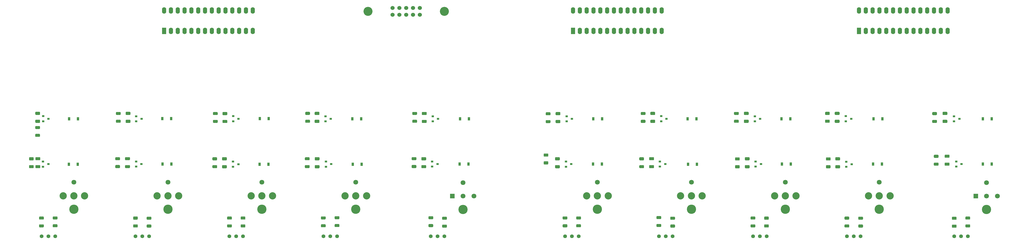
<source format=gbr>
%TF.GenerationSoftware,KiCad,Pcbnew,(5.1.9)-1*%
%TF.CreationDate,2021-03-13T11:26:25+01:00*%
%TF.ProjectId,Main_Relay_Board,4d61696e-5f52-4656-9c61-795f426f6172,rev?*%
%TF.SameCoordinates,Original*%
%TF.FileFunction,Soldermask,Bot*%
%TF.FilePolarity,Negative*%
%FSLAX46Y46*%
G04 Gerber Fmt 4.6, Leading zero omitted, Abs format (unit mm)*
G04 Created by KiCad (PCBNEW (5.1.9)-1) date 2021-03-13 11:26:25*
%MOMM*%
%LPD*%
G01*
G04 APERTURE LIST*
%ADD10O,1.600000X2.400000*%
%ADD11R,1.600000X2.400000*%
%ADD12C,1.524000*%
%ADD13C,3.352800*%
%ADD14R,0.900000X1.200000*%
%ADD15C,1.400000*%
%ADD16R,0.900000X0.800000*%
%ADD17C,2.700000*%
%ADD18C,3.450000*%
%ADD19C,1.800000*%
%ADD20R,1.800000X1.800000*%
G04 APERTURE END LIST*
D10*
%TO.C,U3*%
X322270000Y-100590000D03*
X355290000Y-108210000D03*
X324810000Y-100590000D03*
X352750000Y-108210000D03*
X327350000Y-100590000D03*
X350210000Y-108210000D03*
X329890000Y-100590000D03*
X347670000Y-108210000D03*
X332430000Y-100590000D03*
X345130000Y-108210000D03*
X334970000Y-100590000D03*
X342590000Y-108210000D03*
X337510000Y-100590000D03*
X340050000Y-108210000D03*
X340050000Y-100590000D03*
X337510000Y-108210000D03*
X342590000Y-100590000D03*
X334970000Y-108210000D03*
X345130000Y-100590000D03*
X332430000Y-108210000D03*
X347670000Y-100590000D03*
X329890000Y-108210000D03*
X350210000Y-100590000D03*
X327350000Y-108210000D03*
X352750000Y-100590000D03*
X324810000Y-108210000D03*
X355290000Y-100590000D03*
D11*
X322270000Y-108210000D03*
%TD*%
D10*
%TO.C,U2*%
X63480000Y-100590000D03*
X96500000Y-108210000D03*
X66020000Y-100590000D03*
X93960000Y-108210000D03*
X68560000Y-100590000D03*
X91420000Y-108210000D03*
X71100000Y-100590000D03*
X88880000Y-108210000D03*
X73640000Y-100590000D03*
X86340000Y-108210000D03*
X76180000Y-100590000D03*
X83800000Y-108210000D03*
X78720000Y-100590000D03*
X81260000Y-108210000D03*
X81260000Y-100590000D03*
X78720000Y-108210000D03*
X83800000Y-100590000D03*
X76180000Y-108210000D03*
X86340000Y-100590000D03*
X73640000Y-108210000D03*
X88880000Y-100590000D03*
X71100000Y-108210000D03*
X91420000Y-100590000D03*
X68560000Y-108210000D03*
X93960000Y-100590000D03*
X66020000Y-108210000D03*
X96500000Y-100590000D03*
D11*
X63480000Y-108210000D03*
%TD*%
D10*
%TO.C,U1*%
X215760000Y-100590000D03*
X248780000Y-108210000D03*
X218300000Y-100590000D03*
X246240000Y-108210000D03*
X220840000Y-100590000D03*
X243700000Y-108210000D03*
X223380000Y-100590000D03*
X241160000Y-108210000D03*
X225920000Y-100590000D03*
X238620000Y-108210000D03*
X228460000Y-100590000D03*
X236080000Y-108210000D03*
X231000000Y-100590000D03*
X233540000Y-108210000D03*
X233540000Y-100590000D03*
X231000000Y-108210000D03*
X236080000Y-100590000D03*
X228460000Y-108210000D03*
X238620000Y-100590000D03*
X225920000Y-108210000D03*
X241160000Y-100590000D03*
X223380000Y-108210000D03*
X243700000Y-100590000D03*
X220840000Y-108210000D03*
X246240000Y-100590000D03*
X218300000Y-108210000D03*
X248780000Y-100590000D03*
D11*
X215760000Y-108210000D03*
%TD*%
D12*
%TO.C,J2*%
X148560000Y-99650000D03*
X148560000Y-102190000D03*
X151100000Y-99650000D03*
X151100000Y-102190000D03*
X153640000Y-99650000D03*
X153640000Y-102190000D03*
X156180000Y-99650000D03*
X156180000Y-102190000D03*
X158720000Y-99650000D03*
X158720000Y-102190000D03*
D13*
X139428700Y-100920000D03*
X167851300Y-100920000D03*
%TD*%
%TO.C,R37*%
G36*
G01*
X117565002Y-139527500D02*
X116314998Y-139527500D01*
G75*
G02*
X116065000Y-139277502I0J249998D01*
G01*
X116065000Y-138652498D01*
G75*
G02*
X116314998Y-138402500I249998J0D01*
G01*
X117565002Y-138402500D01*
G75*
G02*
X117815000Y-138652498I0J-249998D01*
G01*
X117815000Y-139277502D01*
G75*
G02*
X117565002Y-139527500I-249998J0D01*
G01*
G37*
G36*
G01*
X117565002Y-142452500D02*
X116314998Y-142452500D01*
G75*
G02*
X116065000Y-142202502I0J249998D01*
G01*
X116065000Y-141577498D01*
G75*
G02*
X116314998Y-141327500I249998J0D01*
G01*
X117565002Y-141327500D01*
G75*
G02*
X117815000Y-141577498I0J-249998D01*
G01*
X117815000Y-142202502D01*
G75*
G02*
X117565002Y-142452500I-249998J0D01*
G01*
G37*
%TD*%
D14*
%TO.C,D1*%
X28030000Y-157900000D03*
X31330000Y-157900000D03*
%TD*%
D15*
%TO.C,LED10*%
X357815240Y-184775080D03*
X360355240Y-184775080D03*
X362895240Y-184775080D03*
%TD*%
%TO.C,LED9*%
X162815240Y-184775080D03*
X165355240Y-184775080D03*
X167895240Y-184775080D03*
%TD*%
%TO.C,LED8*%
X317815240Y-184775080D03*
X320355240Y-184775080D03*
X322895240Y-184775080D03*
%TD*%
%TO.C,LED7*%
X282815240Y-184775080D03*
X285355240Y-184775080D03*
X287895240Y-184775080D03*
%TD*%
%TO.C,LED6*%
X247815240Y-184775080D03*
X250355240Y-184775080D03*
X252895240Y-184775080D03*
%TD*%
%TO.C,LED5*%
X212815240Y-184775080D03*
X215355240Y-184775080D03*
X217895240Y-184775080D03*
%TD*%
%TO.C,LED4*%
X122815240Y-184775080D03*
X125355240Y-184775080D03*
X127895240Y-184775080D03*
%TD*%
%TO.C,LED3*%
X87815240Y-184775080D03*
X90355240Y-184775080D03*
X92895240Y-184775080D03*
%TD*%
%TO.C,LED2*%
X52815240Y-184775080D03*
X55355240Y-184775080D03*
X57895240Y-184775080D03*
%TD*%
%TO.C,LED1*%
X17815240Y-184764920D03*
X20355240Y-184764920D03*
X22895240Y-184764920D03*
%TD*%
%TO.C,R43*%
G36*
G01*
X351695001Y-155517500D02*
X350444999Y-155517500D01*
G75*
G02*
X350195000Y-155267501I0J249999D01*
G01*
X350195000Y-154642499D01*
G75*
G02*
X350444999Y-154392500I249999J0D01*
G01*
X351695001Y-154392500D01*
G75*
G02*
X351945000Y-154642499I0J-249999D01*
G01*
X351945000Y-155267501D01*
G75*
G02*
X351695001Y-155517500I-249999J0D01*
G01*
G37*
G36*
G01*
X351695001Y-158442500D02*
X350444999Y-158442500D01*
G75*
G02*
X350195000Y-158192501I0J249999D01*
G01*
X350195000Y-157567499D01*
G75*
G02*
X350444999Y-157317500I249999J0D01*
G01*
X351695001Y-157317500D01*
G75*
G02*
X351945000Y-157567499I0J-249999D01*
G01*
X351945000Y-158192501D01*
G75*
G02*
X351695001Y-158442500I-249999J0D01*
G01*
G37*
%TD*%
%TO.C,R42*%
G36*
G01*
X157195001Y-156397500D02*
X155944999Y-156397500D01*
G75*
G02*
X155695000Y-156147501I0J249999D01*
G01*
X155695000Y-155522499D01*
G75*
G02*
X155944999Y-155272500I249999J0D01*
G01*
X157195001Y-155272500D01*
G75*
G02*
X157445000Y-155522499I0J-249999D01*
G01*
X157445000Y-156147501D01*
G75*
G02*
X157195001Y-156397500I-249999J0D01*
G01*
G37*
G36*
G01*
X157195001Y-159322500D02*
X155944999Y-159322500D01*
G75*
G02*
X155695000Y-159072501I0J249999D01*
G01*
X155695000Y-158447499D01*
G75*
G02*
X155944999Y-158197500I249999J0D01*
G01*
X157195001Y-158197500D01*
G75*
G02*
X157445000Y-158447499I0J-249999D01*
G01*
X157445000Y-159072501D01*
G75*
G02*
X157195001Y-159322500I-249999J0D01*
G01*
G37*
%TD*%
D16*
%TO.C,Q20*%
X360520000Y-157840000D03*
X358520000Y-156890000D03*
X358520000Y-158790000D03*
%TD*%
%TO.C,Q19*%
X165340000Y-157860000D03*
X163340000Y-156910000D03*
X163340000Y-158810000D03*
%TD*%
D14*
%TO.C,D20*%
X368450000Y-157880000D03*
X371750000Y-157880000D03*
%TD*%
%TO.C,D19*%
X173590000Y-157880000D03*
X176890000Y-157880000D03*
%TD*%
%TO.C,C20*%
G36*
G01*
X355780001Y-155505000D02*
X354479999Y-155505000D01*
G75*
G02*
X354230000Y-155255001I0J249999D01*
G01*
X354230000Y-154604999D01*
G75*
G02*
X354479999Y-154355000I249999J0D01*
G01*
X355780001Y-154355000D01*
G75*
G02*
X356030000Y-154604999I0J-249999D01*
G01*
X356030000Y-155255001D01*
G75*
G02*
X355780001Y-155505000I-249999J0D01*
G01*
G37*
G36*
G01*
X355780001Y-158455000D02*
X354479999Y-158455000D01*
G75*
G02*
X354230000Y-158205001I0J249999D01*
G01*
X354230000Y-157554999D01*
G75*
G02*
X354479999Y-157305000I249999J0D01*
G01*
X355780001Y-157305000D01*
G75*
G02*
X356030000Y-157554999I0J-249999D01*
G01*
X356030000Y-158205001D01*
G75*
G02*
X355780001Y-158455000I-249999J0D01*
G01*
G37*
%TD*%
%TO.C,C19*%
G36*
G01*
X160850001Y-156445000D02*
X159549999Y-156445000D01*
G75*
G02*
X159300000Y-156195001I0J249999D01*
G01*
X159300000Y-155544999D01*
G75*
G02*
X159549999Y-155295000I249999J0D01*
G01*
X160850001Y-155295000D01*
G75*
G02*
X161100000Y-155544999I0J-249999D01*
G01*
X161100000Y-156195001D01*
G75*
G02*
X160850001Y-156445000I-249999J0D01*
G01*
G37*
G36*
G01*
X160850001Y-159395000D02*
X159549999Y-159395000D01*
G75*
G02*
X159300000Y-159145001I0J249999D01*
G01*
X159300000Y-158494999D01*
G75*
G02*
X159549999Y-158245000I249999J0D01*
G01*
X160850001Y-158245000D01*
G75*
G02*
X161100000Y-158494999I0J-249999D01*
G01*
X161100000Y-159145001D01*
G75*
G02*
X160850001Y-159395000I-249999J0D01*
G01*
G37*
%TD*%
%TO.C,C7*%
G36*
G01*
X50500001Y-156420000D02*
X49199999Y-156420000D01*
G75*
G02*
X48950000Y-156170001I0J249999D01*
G01*
X48950000Y-155519999D01*
G75*
G02*
X49199999Y-155270000I249999J0D01*
G01*
X50500001Y-155270000D01*
G75*
G02*
X50750000Y-155519999I0J-249999D01*
G01*
X50750000Y-156170001D01*
G75*
G02*
X50500001Y-156420000I-249999J0D01*
G01*
G37*
G36*
G01*
X50500001Y-159370000D02*
X49199999Y-159370000D01*
G75*
G02*
X48950000Y-159120001I0J249999D01*
G01*
X48950000Y-158469999D01*
G75*
G02*
X49199999Y-158220000I249999J0D01*
G01*
X50500001Y-158220000D01*
G75*
G02*
X50750000Y-158469999I0J-249999D01*
G01*
X50750000Y-159120001D01*
G75*
G02*
X50500001Y-159370000I-249999J0D01*
G01*
G37*
%TD*%
D17*
%TO.C,Input_1*%
X33885720Y-169726480D03*
X29885720Y-169726480D03*
X25885720Y-169726480D03*
D18*
X29885720Y-174726480D03*
D19*
X29885720Y-164646480D03*
%TD*%
D17*
%TO.C,Input_8*%
X333885720Y-169726480D03*
X329885720Y-169726480D03*
X325885720Y-169726480D03*
D18*
X329885720Y-174726480D03*
D19*
X329885720Y-164646480D03*
%TD*%
D17*
%TO.C,Input_7*%
X298885720Y-169726480D03*
X294885720Y-169726480D03*
X290885720Y-169726480D03*
D18*
X294885720Y-174726480D03*
D19*
X294885720Y-164646480D03*
%TD*%
D17*
%TO.C,Input_6*%
X263885720Y-169726480D03*
X259885720Y-169726480D03*
X255885720Y-169726480D03*
D18*
X259885720Y-174726480D03*
D19*
X259885720Y-164646480D03*
%TD*%
D17*
%TO.C,Input_5*%
X228885720Y-169726480D03*
X224885720Y-169726480D03*
X220885720Y-169726480D03*
D18*
X224885720Y-174726480D03*
D19*
X224885720Y-164646480D03*
%TD*%
D17*
%TO.C,Input_4*%
X138885720Y-169726480D03*
X134885720Y-169726480D03*
X130885720Y-169726480D03*
D18*
X134885720Y-174726480D03*
D19*
X134885720Y-164646480D03*
%TD*%
D17*
%TO.C,Input_3*%
X103885720Y-169726480D03*
X99885720Y-169726480D03*
X95885720Y-169726480D03*
D18*
X99885720Y-174726480D03*
D19*
X99885720Y-164646480D03*
%TD*%
D17*
%TO.C,Input_2*%
X68885720Y-169726480D03*
X64885720Y-169726480D03*
X60885720Y-169726480D03*
D18*
X64885720Y-174726480D03*
D19*
X64885720Y-164646480D03*
%TD*%
D20*
%TO.C,BUS_B1*%
X365852200Y-169749680D03*
D19*
X373852200Y-169749680D03*
X369852200Y-169749680D03*
X369852200Y-164749680D03*
D18*
X369852200Y-174749680D03*
%TD*%
D20*
%TO.C,BUS_A1*%
X170852200Y-169749680D03*
D19*
X178852200Y-169749680D03*
X174852200Y-169749680D03*
X174852200Y-164749680D03*
D18*
X174852200Y-174749680D03*
%TD*%
%TO.C,R41*%
G36*
G01*
X351095002Y-139597500D02*
X349844998Y-139597500D01*
G75*
G02*
X349595000Y-139347502I0J249998D01*
G01*
X349595000Y-138722498D01*
G75*
G02*
X349844998Y-138472500I249998J0D01*
G01*
X351095002Y-138472500D01*
G75*
G02*
X351345000Y-138722498I0J-249998D01*
G01*
X351345000Y-139347502D01*
G75*
G02*
X351095002Y-139597500I-249998J0D01*
G01*
G37*
G36*
G01*
X351095002Y-142522500D02*
X349844998Y-142522500D01*
G75*
G02*
X349595000Y-142272502I0J249998D01*
G01*
X349595000Y-141647498D01*
G75*
G02*
X349844998Y-141397500I249998J0D01*
G01*
X351095002Y-141397500D01*
G75*
G02*
X351345000Y-141647498I0J-249998D01*
G01*
X351345000Y-142272502D01*
G75*
G02*
X351095002Y-142522500I-249998J0D01*
G01*
G37*
%TD*%
%TO.C,R40*%
G36*
G01*
X311495002Y-156487500D02*
X310244998Y-156487500D01*
G75*
G02*
X309995000Y-156237502I0J249998D01*
G01*
X309995000Y-155612498D01*
G75*
G02*
X310244998Y-155362500I249998J0D01*
G01*
X311495002Y-155362500D01*
G75*
G02*
X311745000Y-155612498I0J-249998D01*
G01*
X311745000Y-156237502D01*
G75*
G02*
X311495002Y-156487500I-249998J0D01*
G01*
G37*
G36*
G01*
X311495002Y-159412500D02*
X310244998Y-159412500D01*
G75*
G02*
X309995000Y-159162502I0J249998D01*
G01*
X309995000Y-158537498D01*
G75*
G02*
X310244998Y-158287500I249998J0D01*
G01*
X311495002Y-158287500D01*
G75*
G02*
X311745000Y-158537498I0J-249998D01*
G01*
X311745000Y-159162502D01*
G75*
G02*
X311495002Y-159412500I-249998J0D01*
G01*
G37*
%TD*%
%TO.C,R39*%
G36*
G01*
X117425002Y-156437500D02*
X116174998Y-156437500D01*
G75*
G02*
X115925000Y-156187502I0J249998D01*
G01*
X115925000Y-155562498D01*
G75*
G02*
X116174998Y-155312500I249998J0D01*
G01*
X117425002Y-155312500D01*
G75*
G02*
X117675000Y-155562498I0J-249998D01*
G01*
X117675000Y-156187502D01*
G75*
G02*
X117425002Y-156437500I-249998J0D01*
G01*
G37*
G36*
G01*
X117425002Y-159362500D02*
X116174998Y-159362500D01*
G75*
G02*
X115925000Y-159112502I0J249998D01*
G01*
X115925000Y-158487498D01*
G75*
G02*
X116174998Y-158237500I249998J0D01*
G01*
X117425002Y-158237500D01*
G75*
G02*
X117675000Y-158487498I0J-249998D01*
G01*
X117675000Y-159112502D01*
G75*
G02*
X117425002Y-159362500I-249998J0D01*
G01*
G37*
%TD*%
%TO.C,R38*%
G36*
G01*
X311175002Y-139527500D02*
X309924998Y-139527500D01*
G75*
G02*
X309675000Y-139277502I0J249998D01*
G01*
X309675000Y-138652498D01*
G75*
G02*
X309924998Y-138402500I249998J0D01*
G01*
X311175002Y-138402500D01*
G75*
G02*
X311425000Y-138652498I0J-249998D01*
G01*
X311425000Y-139277502D01*
G75*
G02*
X311175002Y-139527500I-249998J0D01*
G01*
G37*
G36*
G01*
X311175002Y-142452500D02*
X309924998Y-142452500D01*
G75*
G02*
X309675000Y-142202502I0J249998D01*
G01*
X309675000Y-141577498D01*
G75*
G02*
X309924998Y-141327500I249998J0D01*
G01*
X311175002Y-141327500D01*
G75*
G02*
X311425000Y-141577498I0J-249998D01*
G01*
X311425000Y-142202502D01*
G75*
G02*
X311175002Y-142452500I-249998J0D01*
G01*
G37*
%TD*%
%TO.C,R36*%
G36*
G01*
X157435002Y-139537500D02*
X156184998Y-139537500D01*
G75*
G02*
X155935000Y-139287502I0J249998D01*
G01*
X155935000Y-138662498D01*
G75*
G02*
X156184998Y-138412500I249998J0D01*
G01*
X157435002Y-138412500D01*
G75*
G02*
X157685000Y-138662498I0J-249998D01*
G01*
X157685000Y-139287502D01*
G75*
G02*
X157435002Y-139537500I-249998J0D01*
G01*
G37*
G36*
G01*
X157435002Y-142462500D02*
X156184998Y-142462500D01*
G75*
G02*
X155935000Y-142212502I0J249998D01*
G01*
X155935000Y-141587498D01*
G75*
G02*
X156184998Y-141337500I249998J0D01*
G01*
X157435002Y-141337500D01*
G75*
G02*
X157685000Y-141587498I0J-249998D01*
G01*
X157685000Y-142212502D01*
G75*
G02*
X157435002Y-142462500I-249998J0D01*
G01*
G37*
%TD*%
%TO.C,R35*%
G36*
G01*
X277645002Y-156487500D02*
X276394998Y-156487500D01*
G75*
G02*
X276145000Y-156237502I0J249998D01*
G01*
X276145000Y-155612498D01*
G75*
G02*
X276394998Y-155362500I249998J0D01*
G01*
X277645002Y-155362500D01*
G75*
G02*
X277895000Y-155612498I0J-249998D01*
G01*
X277895000Y-156237502D01*
G75*
G02*
X277645002Y-156487500I-249998J0D01*
G01*
G37*
G36*
G01*
X277645002Y-159412500D02*
X276394998Y-159412500D01*
G75*
G02*
X276145000Y-159162502I0J249998D01*
G01*
X276145000Y-158537498D01*
G75*
G02*
X276394998Y-158287500I249998J0D01*
G01*
X277645002Y-158287500D01*
G75*
G02*
X277895000Y-158537498I0J-249998D01*
G01*
X277895000Y-159162502D01*
G75*
G02*
X277645002Y-159412500I-249998J0D01*
G01*
G37*
%TD*%
%TO.C,R34*%
G36*
G01*
X82975002Y-156457500D02*
X81724998Y-156457500D01*
G75*
G02*
X81475000Y-156207502I0J249998D01*
G01*
X81475000Y-155582498D01*
G75*
G02*
X81724998Y-155332500I249998J0D01*
G01*
X82975002Y-155332500D01*
G75*
G02*
X83225000Y-155582498I0J-249998D01*
G01*
X83225000Y-156207502D01*
G75*
G02*
X82975002Y-156457500I-249998J0D01*
G01*
G37*
G36*
G01*
X82975002Y-159382500D02*
X81724998Y-159382500D01*
G75*
G02*
X81475000Y-159132502I0J249998D01*
G01*
X81475000Y-158507498D01*
G75*
G02*
X81724998Y-158257500I249998J0D01*
G01*
X82975002Y-158257500D01*
G75*
G02*
X83225000Y-158507498I0J-249998D01*
G01*
X83225000Y-159132502D01*
G75*
G02*
X82975002Y-159382500I-249998J0D01*
G01*
G37*
%TD*%
%TO.C,R33*%
G36*
G01*
X277285002Y-139537500D02*
X276034998Y-139537500D01*
G75*
G02*
X275785000Y-139287502I0J249998D01*
G01*
X275785000Y-138662498D01*
G75*
G02*
X276034998Y-138412500I249998J0D01*
G01*
X277285002Y-138412500D01*
G75*
G02*
X277535000Y-138662498I0J-249998D01*
G01*
X277535000Y-139287502D01*
G75*
G02*
X277285002Y-139537500I-249998J0D01*
G01*
G37*
G36*
G01*
X277285002Y-142462500D02*
X276034998Y-142462500D01*
G75*
G02*
X275785000Y-142212502I0J249998D01*
G01*
X275785000Y-141587498D01*
G75*
G02*
X276034998Y-141337500I249998J0D01*
G01*
X277285002Y-141337500D01*
G75*
G02*
X277535000Y-141587498I0J-249998D01*
G01*
X277535000Y-142212502D01*
G75*
G02*
X277285002Y-142462500I-249998J0D01*
G01*
G37*
%TD*%
%TO.C,R32*%
G36*
G01*
X83185002Y-139587500D02*
X81934998Y-139587500D01*
G75*
G02*
X81685000Y-139337502I0J249998D01*
G01*
X81685000Y-138712498D01*
G75*
G02*
X81934998Y-138462500I249998J0D01*
G01*
X83185002Y-138462500D01*
G75*
G02*
X83435000Y-138712498I0J-249998D01*
G01*
X83435000Y-139337502D01*
G75*
G02*
X83185002Y-139587500I-249998J0D01*
G01*
G37*
G36*
G01*
X83185002Y-142512500D02*
X81934998Y-142512500D01*
G75*
G02*
X81685000Y-142262502I0J249998D01*
G01*
X81685000Y-141637498D01*
G75*
G02*
X81934998Y-141387500I249998J0D01*
G01*
X83185002Y-141387500D01*
G75*
G02*
X83435000Y-141637498I0J-249998D01*
G01*
X83435000Y-142262502D01*
G75*
G02*
X83185002Y-142512500I-249998J0D01*
G01*
G37*
%TD*%
%TO.C,R31*%
G36*
G01*
X241975002Y-156457500D02*
X240724998Y-156457500D01*
G75*
G02*
X240475000Y-156207502I0J249998D01*
G01*
X240475000Y-155582498D01*
G75*
G02*
X240724998Y-155332500I249998J0D01*
G01*
X241975002Y-155332500D01*
G75*
G02*
X242225000Y-155582498I0J-249998D01*
G01*
X242225000Y-156207502D01*
G75*
G02*
X241975002Y-156457500I-249998J0D01*
G01*
G37*
G36*
G01*
X241975002Y-159382500D02*
X240724998Y-159382500D01*
G75*
G02*
X240475000Y-159132502I0J249998D01*
G01*
X240475000Y-158507498D01*
G75*
G02*
X240724998Y-158257500I249998J0D01*
G01*
X241975002Y-158257500D01*
G75*
G02*
X242225000Y-158507498I0J-249998D01*
G01*
X242225000Y-159132502D01*
G75*
G02*
X241975002Y-159382500I-249998J0D01*
G01*
G37*
%TD*%
%TO.C,R30*%
G36*
G01*
X46795002Y-156417500D02*
X45544998Y-156417500D01*
G75*
G02*
X45295000Y-156167502I0J249998D01*
G01*
X45295000Y-155542498D01*
G75*
G02*
X45544998Y-155292500I249998J0D01*
G01*
X46795002Y-155292500D01*
G75*
G02*
X47045000Y-155542498I0J-249998D01*
G01*
X47045000Y-156167502D01*
G75*
G02*
X46795002Y-156417500I-249998J0D01*
G01*
G37*
G36*
G01*
X46795002Y-159342500D02*
X45544998Y-159342500D01*
G75*
G02*
X45295000Y-159092502I0J249998D01*
G01*
X45295000Y-158467498D01*
G75*
G02*
X45544998Y-158217500I249998J0D01*
G01*
X46795002Y-158217500D01*
G75*
G02*
X47045000Y-158467498I0J-249998D01*
G01*
X47045000Y-159092502D01*
G75*
G02*
X46795002Y-159342500I-249998J0D01*
G01*
G37*
%TD*%
%TO.C,R29*%
G36*
G01*
X242535002Y-139567500D02*
X241284998Y-139567500D01*
G75*
G02*
X241035000Y-139317502I0J249998D01*
G01*
X241035000Y-138692498D01*
G75*
G02*
X241284998Y-138442500I249998J0D01*
G01*
X242535002Y-138442500D01*
G75*
G02*
X242785000Y-138692498I0J-249998D01*
G01*
X242785000Y-139317502D01*
G75*
G02*
X242535002Y-139567500I-249998J0D01*
G01*
G37*
G36*
G01*
X242535002Y-142492500D02*
X241284998Y-142492500D01*
G75*
G02*
X241035000Y-142242502I0J249998D01*
G01*
X241035000Y-141617498D01*
G75*
G02*
X241284998Y-141367500I249998J0D01*
G01*
X242535002Y-141367500D01*
G75*
G02*
X242785000Y-141617498I0J-249998D01*
G01*
X242785000Y-142242502D01*
G75*
G02*
X242535002Y-142492500I-249998J0D01*
G01*
G37*
%TD*%
%TO.C,R28*%
G36*
G01*
X47055002Y-139540000D02*
X45804998Y-139540000D01*
G75*
G02*
X45555000Y-139290002I0J249998D01*
G01*
X45555000Y-138664998D01*
G75*
G02*
X45804998Y-138415000I249998J0D01*
G01*
X47055002Y-138415000D01*
G75*
G02*
X47305000Y-138664998I0J-249998D01*
G01*
X47305000Y-139290002D01*
G75*
G02*
X47055002Y-139540000I-249998J0D01*
G01*
G37*
G36*
G01*
X47055002Y-142465000D02*
X45804998Y-142465000D01*
G75*
G02*
X45555000Y-142215002I0J249998D01*
G01*
X45555000Y-141589998D01*
G75*
G02*
X45804998Y-141340000I249998J0D01*
G01*
X47055002Y-141340000D01*
G75*
G02*
X47305000Y-141589998I0J-249998D01*
G01*
X47305000Y-142215002D01*
G75*
G02*
X47055002Y-142465000I-249998J0D01*
G01*
G37*
%TD*%
%TO.C,R27*%
G36*
G01*
X206345002Y-155047500D02*
X205094998Y-155047500D01*
G75*
G02*
X204845000Y-154797502I0J249998D01*
G01*
X204845000Y-154172498D01*
G75*
G02*
X205094998Y-153922500I249998J0D01*
G01*
X206345002Y-153922500D01*
G75*
G02*
X206595000Y-154172498I0J-249998D01*
G01*
X206595000Y-154797502D01*
G75*
G02*
X206345002Y-155047500I-249998J0D01*
G01*
G37*
G36*
G01*
X206345002Y-157972500D02*
X205094998Y-157972500D01*
G75*
G02*
X204845000Y-157722502I0J249998D01*
G01*
X204845000Y-157097498D01*
G75*
G02*
X205094998Y-156847500I249998J0D01*
G01*
X206345002Y-156847500D01*
G75*
G02*
X206595000Y-157097498I0J-249998D01*
G01*
X206595000Y-157722502D01*
G75*
G02*
X206345002Y-157972500I-249998J0D01*
G01*
G37*
%TD*%
%TO.C,R26*%
G36*
G01*
X14665002Y-156450000D02*
X13414998Y-156450000D01*
G75*
G02*
X13165000Y-156200002I0J249998D01*
G01*
X13165000Y-155574998D01*
G75*
G02*
X13414998Y-155325000I249998J0D01*
G01*
X14665002Y-155325000D01*
G75*
G02*
X14915000Y-155574998I0J-249998D01*
G01*
X14915000Y-156200002D01*
G75*
G02*
X14665002Y-156450000I-249998J0D01*
G01*
G37*
G36*
G01*
X14665002Y-159375000D02*
X13414998Y-159375000D01*
G75*
G02*
X13165000Y-159125002I0J249998D01*
G01*
X13165000Y-158499998D01*
G75*
G02*
X13414998Y-158250000I249998J0D01*
G01*
X14665002Y-158250000D01*
G75*
G02*
X14915000Y-158499998I0J-249998D01*
G01*
X14915000Y-159125002D01*
G75*
G02*
X14665002Y-159375000I-249998J0D01*
G01*
G37*
%TD*%
%TO.C,R25*%
G36*
G01*
X207135002Y-139657500D02*
X205884998Y-139657500D01*
G75*
G02*
X205635000Y-139407502I0J249998D01*
G01*
X205635000Y-138782498D01*
G75*
G02*
X205884998Y-138532500I249998J0D01*
G01*
X207135002Y-138532500D01*
G75*
G02*
X207385000Y-138782498I0J-249998D01*
G01*
X207385000Y-139407502D01*
G75*
G02*
X207135002Y-139657500I-249998J0D01*
G01*
G37*
G36*
G01*
X207135002Y-142582500D02*
X205884998Y-142582500D01*
G75*
G02*
X205635000Y-142332502I0J249998D01*
G01*
X205635000Y-141707498D01*
G75*
G02*
X205884998Y-141457500I249998J0D01*
G01*
X207135002Y-141457500D01*
G75*
G02*
X207385000Y-141707498I0J-249998D01*
G01*
X207385000Y-142332502D01*
G75*
G02*
X207135002Y-142582500I-249998J0D01*
G01*
G37*
%TD*%
%TO.C,R24*%
G36*
G01*
X15734998Y-146592500D02*
X16985002Y-146592500D01*
G75*
G02*
X17235000Y-146842498I0J-249998D01*
G01*
X17235000Y-147467502D01*
G75*
G02*
X16985002Y-147717500I-249998J0D01*
G01*
X15734998Y-147717500D01*
G75*
G02*
X15485000Y-147467502I0J249998D01*
G01*
X15485000Y-146842498D01*
G75*
G02*
X15734998Y-146592500I249998J0D01*
G01*
G37*
G36*
G01*
X15734998Y-143667500D02*
X16985002Y-143667500D01*
G75*
G02*
X17235000Y-143917498I0J-249998D01*
G01*
X17235000Y-144542502D01*
G75*
G02*
X16985002Y-144792500I-249998J0D01*
G01*
X15734998Y-144792500D01*
G75*
G02*
X15485000Y-144542502I0J249998D01*
G01*
X15485000Y-143917498D01*
G75*
G02*
X15734998Y-143667500I249998J0D01*
G01*
G37*
%TD*%
%TO.C,R23*%
G36*
G01*
X362224998Y-180330000D02*
X363475002Y-180330000D01*
G75*
G02*
X363725000Y-180579998I0J-249998D01*
G01*
X363725000Y-181205002D01*
G75*
G02*
X363475002Y-181455000I-249998J0D01*
G01*
X362224998Y-181455000D01*
G75*
G02*
X361975000Y-181205002I0J249998D01*
G01*
X361975000Y-180579998D01*
G75*
G02*
X362224998Y-180330000I249998J0D01*
G01*
G37*
G36*
G01*
X362224998Y-177405000D02*
X363475002Y-177405000D01*
G75*
G02*
X363725000Y-177654998I0J-249998D01*
G01*
X363725000Y-178280002D01*
G75*
G02*
X363475002Y-178530000I-249998J0D01*
G01*
X362224998Y-178530000D01*
G75*
G02*
X361975000Y-178280002I0J249998D01*
G01*
X361975000Y-177654998D01*
G75*
G02*
X362224998Y-177405000I249998J0D01*
G01*
G37*
%TD*%
%TO.C,R22*%
G36*
G01*
X167294998Y-180420000D02*
X168545002Y-180420000D01*
G75*
G02*
X168795000Y-180669998I0J-249998D01*
G01*
X168795000Y-181295002D01*
G75*
G02*
X168545002Y-181545000I-249998J0D01*
G01*
X167294998Y-181545000D01*
G75*
G02*
X167045000Y-181295002I0J249998D01*
G01*
X167045000Y-180669998D01*
G75*
G02*
X167294998Y-180420000I249998J0D01*
G01*
G37*
G36*
G01*
X167294998Y-177495000D02*
X168545002Y-177495000D01*
G75*
G02*
X168795000Y-177744998I0J-249998D01*
G01*
X168795000Y-178370002D01*
G75*
G02*
X168545002Y-178620000I-249998J0D01*
G01*
X167294998Y-178620000D01*
G75*
G02*
X167045000Y-178370002I0J249998D01*
G01*
X167045000Y-177744998D01*
G75*
G02*
X167294998Y-177495000I249998J0D01*
G01*
G37*
%TD*%
%TO.C,R21*%
G36*
G01*
X358415002Y-178620000D02*
X357164998Y-178620000D01*
G75*
G02*
X356915000Y-178370002I0J249998D01*
G01*
X356915000Y-177744998D01*
G75*
G02*
X357164998Y-177495000I249998J0D01*
G01*
X358415002Y-177495000D01*
G75*
G02*
X358665000Y-177744998I0J-249998D01*
G01*
X358665000Y-178370002D01*
G75*
G02*
X358415002Y-178620000I-249998J0D01*
G01*
G37*
G36*
G01*
X358415002Y-181545000D02*
X357164998Y-181545000D01*
G75*
G02*
X356915000Y-181295002I0J249998D01*
G01*
X356915000Y-180669998D01*
G75*
G02*
X357164998Y-180420000I249998J0D01*
G01*
X358415002Y-180420000D01*
G75*
G02*
X358665000Y-180669998I0J-249998D01*
G01*
X358665000Y-181295002D01*
G75*
G02*
X358415002Y-181545000I-249998J0D01*
G01*
G37*
%TD*%
%TO.C,R20*%
G36*
G01*
X163465002Y-178420000D02*
X162214998Y-178420000D01*
G75*
G02*
X161965000Y-178170002I0J249998D01*
G01*
X161965000Y-177544998D01*
G75*
G02*
X162214998Y-177295000I249998J0D01*
G01*
X163465002Y-177295000D01*
G75*
G02*
X163715000Y-177544998I0J-249998D01*
G01*
X163715000Y-178170002D01*
G75*
G02*
X163465002Y-178420000I-249998J0D01*
G01*
G37*
G36*
G01*
X163465002Y-181345000D02*
X162214998Y-181345000D01*
G75*
G02*
X161965000Y-181095002I0J249998D01*
G01*
X161965000Y-180469998D01*
G75*
G02*
X162214998Y-180220000I249998J0D01*
G01*
X163465002Y-180220000D01*
G75*
G02*
X163715000Y-180469998I0J-249998D01*
G01*
X163715000Y-181095002D01*
G75*
G02*
X163465002Y-181345000I-249998J0D01*
G01*
G37*
%TD*%
%TO.C,R17*%
G36*
G01*
X23505002Y-178490000D02*
X22254998Y-178490000D01*
G75*
G02*
X22005000Y-178240002I0J249998D01*
G01*
X22005000Y-177614998D01*
G75*
G02*
X22254998Y-177365000I249998J0D01*
G01*
X23505002Y-177365000D01*
G75*
G02*
X23755000Y-177614998I0J-249998D01*
G01*
X23755000Y-178240002D01*
G75*
G02*
X23505002Y-178490000I-249998J0D01*
G01*
G37*
G36*
G01*
X23505002Y-181415000D02*
X22254998Y-181415000D01*
G75*
G02*
X22005000Y-181165002I0J249998D01*
G01*
X22005000Y-180539998D01*
G75*
G02*
X22254998Y-180290000I249998J0D01*
G01*
X23505002Y-180290000D01*
G75*
G02*
X23755000Y-180539998I0J-249998D01*
G01*
X23755000Y-181165002D01*
G75*
G02*
X23505002Y-181415000I-249998J0D01*
G01*
G37*
%TD*%
%TO.C,R16*%
G36*
G01*
X253525002Y-178590000D02*
X252274998Y-178590000D01*
G75*
G02*
X252025000Y-178340002I0J249998D01*
G01*
X252025000Y-177714998D01*
G75*
G02*
X252274998Y-177465000I249998J0D01*
G01*
X253525002Y-177465000D01*
G75*
G02*
X253775000Y-177714998I0J-249998D01*
G01*
X253775000Y-178340002D01*
G75*
G02*
X253525002Y-178590000I-249998J0D01*
G01*
G37*
G36*
G01*
X253525002Y-181515000D02*
X252274998Y-181515000D01*
G75*
G02*
X252025000Y-181265002I0J249998D01*
G01*
X252025000Y-180639998D01*
G75*
G02*
X252274998Y-180390000I249998J0D01*
G01*
X253525002Y-180390000D01*
G75*
G02*
X253775000Y-180639998I0J-249998D01*
G01*
X253775000Y-181265002D01*
G75*
G02*
X253525002Y-181515000I-249998J0D01*
G01*
G37*
%TD*%
%TO.C,R15*%
G36*
G01*
X93495002Y-178530000D02*
X92244998Y-178530000D01*
G75*
G02*
X91995000Y-178280002I0J249998D01*
G01*
X91995000Y-177654998D01*
G75*
G02*
X92244998Y-177405000I249998J0D01*
G01*
X93495002Y-177405000D01*
G75*
G02*
X93745000Y-177654998I0J-249998D01*
G01*
X93745000Y-178280002D01*
G75*
G02*
X93495002Y-178530000I-249998J0D01*
G01*
G37*
G36*
G01*
X93495002Y-181455000D02*
X92244998Y-181455000D01*
G75*
G02*
X91995000Y-181205002I0J249998D01*
G01*
X91995000Y-180579998D01*
G75*
G02*
X92244998Y-180330000I249998J0D01*
G01*
X93495002Y-180330000D01*
G75*
G02*
X93745000Y-180579998I0J-249998D01*
G01*
X93745000Y-181205002D01*
G75*
G02*
X93495002Y-181455000I-249998J0D01*
G01*
G37*
%TD*%
%TO.C,R14*%
G36*
G01*
X88475002Y-178530000D02*
X87224998Y-178530000D01*
G75*
G02*
X86975000Y-178280002I0J249998D01*
G01*
X86975000Y-177654998D01*
G75*
G02*
X87224998Y-177405000I249998J0D01*
G01*
X88475002Y-177405000D01*
G75*
G02*
X88725000Y-177654998I0J-249998D01*
G01*
X88725000Y-178280002D01*
G75*
G02*
X88475002Y-178530000I-249998J0D01*
G01*
G37*
G36*
G01*
X88475002Y-181455000D02*
X87224998Y-181455000D01*
G75*
G02*
X86975000Y-181205002I0J249998D01*
G01*
X86975000Y-180579998D01*
G75*
G02*
X87224998Y-180330000I249998J0D01*
G01*
X88475002Y-180330000D01*
G75*
G02*
X88725000Y-180579998I0J-249998D01*
G01*
X88725000Y-181205002D01*
G75*
G02*
X88475002Y-181455000I-249998J0D01*
G01*
G37*
%TD*%
%TO.C,R13*%
G36*
G01*
X58485002Y-178590000D02*
X57234998Y-178590000D01*
G75*
G02*
X56985000Y-178340002I0J249998D01*
G01*
X56985000Y-177714998D01*
G75*
G02*
X57234998Y-177465000I249998J0D01*
G01*
X58485002Y-177465000D01*
G75*
G02*
X58735000Y-177714998I0J-249998D01*
G01*
X58735000Y-178340002D01*
G75*
G02*
X58485002Y-178590000I-249998J0D01*
G01*
G37*
G36*
G01*
X58485002Y-181515000D02*
X57234998Y-181515000D01*
G75*
G02*
X56985000Y-181265002I0J249998D01*
G01*
X56985000Y-180639998D01*
G75*
G02*
X57234998Y-180390000I249998J0D01*
G01*
X58485002Y-180390000D01*
G75*
G02*
X58735000Y-180639998I0J-249998D01*
G01*
X58735000Y-181265002D01*
G75*
G02*
X58485002Y-181515000I-249998J0D01*
G01*
G37*
%TD*%
%TO.C,R12*%
G36*
G01*
X218495002Y-178490000D02*
X217244998Y-178490000D01*
G75*
G02*
X216995000Y-178240002I0J249998D01*
G01*
X216995000Y-177614998D01*
G75*
G02*
X217244998Y-177365000I249998J0D01*
G01*
X218495002Y-177365000D01*
G75*
G02*
X218745000Y-177614998I0J-249998D01*
G01*
X218745000Y-178240002D01*
G75*
G02*
X218495002Y-178490000I-249998J0D01*
G01*
G37*
G36*
G01*
X218495002Y-181415000D02*
X217244998Y-181415000D01*
G75*
G02*
X216995000Y-181165002I0J249998D01*
G01*
X216995000Y-180539998D01*
G75*
G02*
X217244998Y-180290000I249998J0D01*
G01*
X218495002Y-180290000D01*
G75*
G02*
X218745000Y-180539998I0J-249998D01*
G01*
X218745000Y-181165002D01*
G75*
G02*
X218495002Y-181415000I-249998J0D01*
G01*
G37*
%TD*%
%TO.C,R11*%
G36*
G01*
X128515002Y-178400000D02*
X127264998Y-178400000D01*
G75*
G02*
X127015000Y-178150002I0J249998D01*
G01*
X127015000Y-177524998D01*
G75*
G02*
X127264998Y-177275000I249998J0D01*
G01*
X128515002Y-177275000D01*
G75*
G02*
X128765000Y-177524998I0J-249998D01*
G01*
X128765000Y-178150002D01*
G75*
G02*
X128515002Y-178400000I-249998J0D01*
G01*
G37*
G36*
G01*
X128515002Y-181325000D02*
X127264998Y-181325000D01*
G75*
G02*
X127015000Y-181075002I0J249998D01*
G01*
X127015000Y-180449998D01*
G75*
G02*
X127264998Y-180200000I249998J0D01*
G01*
X128515002Y-180200000D01*
G75*
G02*
X128765000Y-180449998I0J-249998D01*
G01*
X128765000Y-181075002D01*
G75*
G02*
X128515002Y-181325000I-249998J0D01*
G01*
G37*
%TD*%
%TO.C,R10*%
G36*
G01*
X323545002Y-178580000D02*
X322294998Y-178580000D01*
G75*
G02*
X322045000Y-178330002I0J249998D01*
G01*
X322045000Y-177704998D01*
G75*
G02*
X322294998Y-177455000I249998J0D01*
G01*
X323545002Y-177455000D01*
G75*
G02*
X323795000Y-177704998I0J-249998D01*
G01*
X323795000Y-178330002D01*
G75*
G02*
X323545002Y-178580000I-249998J0D01*
G01*
G37*
G36*
G01*
X323545002Y-181505000D02*
X322294998Y-181505000D01*
G75*
G02*
X322045000Y-181255002I0J249998D01*
G01*
X322045000Y-180629998D01*
G75*
G02*
X322294998Y-180380000I249998J0D01*
G01*
X323545002Y-180380000D01*
G75*
G02*
X323795000Y-180629998I0J-249998D01*
G01*
X323795000Y-181255002D01*
G75*
G02*
X323545002Y-181505000I-249998J0D01*
G01*
G37*
%TD*%
%TO.C,R9*%
G36*
G01*
X53435002Y-178540000D02*
X52184998Y-178540000D01*
G75*
G02*
X51935000Y-178290002I0J249998D01*
G01*
X51935000Y-177664998D01*
G75*
G02*
X52184998Y-177415000I249998J0D01*
G01*
X53435002Y-177415000D01*
G75*
G02*
X53685000Y-177664998I0J-249998D01*
G01*
X53685000Y-178290002D01*
G75*
G02*
X53435002Y-178540000I-249998J0D01*
G01*
G37*
G36*
G01*
X53435002Y-181465000D02*
X52184998Y-181465000D01*
G75*
G02*
X51935000Y-181215002I0J249998D01*
G01*
X51935000Y-180589998D01*
G75*
G02*
X52184998Y-180340000I249998J0D01*
G01*
X53435002Y-180340000D01*
G75*
G02*
X53685000Y-180589998I0J-249998D01*
G01*
X53685000Y-181215002D01*
G75*
G02*
X53435002Y-181465000I-249998J0D01*
G01*
G37*
%TD*%
%TO.C,R8*%
G36*
G01*
X18415002Y-178520000D02*
X17164998Y-178520000D01*
G75*
G02*
X16915000Y-178270002I0J249998D01*
G01*
X16915000Y-177644998D01*
G75*
G02*
X17164998Y-177395000I249998J0D01*
G01*
X18415002Y-177395000D01*
G75*
G02*
X18665000Y-177644998I0J-249998D01*
G01*
X18665000Y-178270002D01*
G75*
G02*
X18415002Y-178520000I-249998J0D01*
G01*
G37*
G36*
G01*
X18415002Y-181445000D02*
X17164998Y-181445000D01*
G75*
G02*
X16915000Y-181195002I0J249998D01*
G01*
X16915000Y-180569998D01*
G75*
G02*
X17164998Y-180320000I249998J0D01*
G01*
X18415002Y-180320000D01*
G75*
G02*
X18665000Y-180569998I0J-249998D01*
G01*
X18665000Y-181195002D01*
G75*
G02*
X18415002Y-181445000I-249998J0D01*
G01*
G37*
%TD*%
%TO.C,R7*%
G36*
G01*
X288475002Y-178560000D02*
X287224998Y-178560000D01*
G75*
G02*
X286975000Y-178310002I0J249998D01*
G01*
X286975000Y-177684998D01*
G75*
G02*
X287224998Y-177435000I249998J0D01*
G01*
X288475002Y-177435000D01*
G75*
G02*
X288725000Y-177684998I0J-249998D01*
G01*
X288725000Y-178310002D01*
G75*
G02*
X288475002Y-178560000I-249998J0D01*
G01*
G37*
G36*
G01*
X288475002Y-181485000D02*
X287224998Y-181485000D01*
G75*
G02*
X286975000Y-181235002I0J249998D01*
G01*
X286975000Y-180609998D01*
G75*
G02*
X287224998Y-180360000I249998J0D01*
G01*
X288475002Y-180360000D01*
G75*
G02*
X288725000Y-180609998I0J-249998D01*
G01*
X288725000Y-181235002D01*
G75*
G02*
X288475002Y-181485000I-249998J0D01*
G01*
G37*
%TD*%
%TO.C,R6*%
G36*
G01*
X248395002Y-178360000D02*
X247144998Y-178360000D01*
G75*
G02*
X246895000Y-178110002I0J249998D01*
G01*
X246895000Y-177484998D01*
G75*
G02*
X247144998Y-177235000I249998J0D01*
G01*
X248395002Y-177235000D01*
G75*
G02*
X248645000Y-177484998I0J-249998D01*
G01*
X248645000Y-178110002D01*
G75*
G02*
X248395002Y-178360000I-249998J0D01*
G01*
G37*
G36*
G01*
X248395002Y-181285000D02*
X247144998Y-181285000D01*
G75*
G02*
X246895000Y-181035002I0J249998D01*
G01*
X246895000Y-180409998D01*
G75*
G02*
X247144998Y-180160000I249998J0D01*
G01*
X248395002Y-180160000D01*
G75*
G02*
X248645000Y-180409998I0J-249998D01*
G01*
X248645000Y-181035002D01*
G75*
G02*
X248395002Y-181285000I-249998J0D01*
G01*
G37*
%TD*%
%TO.C,R5*%
G36*
G01*
X213435002Y-178500000D02*
X212184998Y-178500000D01*
G75*
G02*
X211935000Y-178250002I0J249998D01*
G01*
X211935000Y-177624998D01*
G75*
G02*
X212184998Y-177375000I249998J0D01*
G01*
X213435002Y-177375000D01*
G75*
G02*
X213685000Y-177624998I0J-249998D01*
G01*
X213685000Y-178250002D01*
G75*
G02*
X213435002Y-178500000I-249998J0D01*
G01*
G37*
G36*
G01*
X213435002Y-181425000D02*
X212184998Y-181425000D01*
G75*
G02*
X211935000Y-181175002I0J249998D01*
G01*
X211935000Y-180549998D01*
G75*
G02*
X212184998Y-180300000I249998J0D01*
G01*
X213435002Y-180300000D01*
G75*
G02*
X213685000Y-180549998I0J-249998D01*
G01*
X213685000Y-181175002D01*
G75*
G02*
X213435002Y-181425000I-249998J0D01*
G01*
G37*
%TD*%
%TO.C,R4*%
G36*
G01*
X123405002Y-178480000D02*
X122154998Y-178480000D01*
G75*
G02*
X121905000Y-178230002I0J249998D01*
G01*
X121905000Y-177604998D01*
G75*
G02*
X122154998Y-177355000I249998J0D01*
G01*
X123405002Y-177355000D01*
G75*
G02*
X123655000Y-177604998I0J-249998D01*
G01*
X123655000Y-178230002D01*
G75*
G02*
X123405002Y-178480000I-249998J0D01*
G01*
G37*
G36*
G01*
X123405002Y-181405000D02*
X122154998Y-181405000D01*
G75*
G02*
X121905000Y-181155002I0J249998D01*
G01*
X121905000Y-180529998D01*
G75*
G02*
X122154998Y-180280000I249998J0D01*
G01*
X123405002Y-180280000D01*
G75*
G02*
X123655000Y-180529998I0J-249998D01*
G01*
X123655000Y-181155002D01*
G75*
G02*
X123405002Y-181405000I-249998J0D01*
G01*
G37*
%TD*%
%TO.C,R3*%
G36*
G01*
X318425002Y-178550000D02*
X317174998Y-178550000D01*
G75*
G02*
X316925000Y-178300002I0J249998D01*
G01*
X316925000Y-177674998D01*
G75*
G02*
X317174998Y-177425000I249998J0D01*
G01*
X318425002Y-177425000D01*
G75*
G02*
X318675000Y-177674998I0J-249998D01*
G01*
X318675000Y-178300002D01*
G75*
G02*
X318425002Y-178550000I-249998J0D01*
G01*
G37*
G36*
G01*
X318425002Y-181475000D02*
X317174998Y-181475000D01*
G75*
G02*
X316925000Y-181225002I0J249998D01*
G01*
X316925000Y-180599998D01*
G75*
G02*
X317174998Y-180350000I249998J0D01*
G01*
X318425002Y-180350000D01*
G75*
G02*
X318675000Y-180599998I0J-249998D01*
G01*
X318675000Y-181225002D01*
G75*
G02*
X318425002Y-181475000I-249998J0D01*
G01*
G37*
%TD*%
%TO.C,R2*%
G36*
G01*
X283445002Y-178530000D02*
X282194998Y-178530000D01*
G75*
G02*
X281945000Y-178280002I0J249998D01*
G01*
X281945000Y-177654998D01*
G75*
G02*
X282194998Y-177405000I249998J0D01*
G01*
X283445002Y-177405000D01*
G75*
G02*
X283695000Y-177654998I0J-249998D01*
G01*
X283695000Y-178280002D01*
G75*
G02*
X283445002Y-178530000I-249998J0D01*
G01*
G37*
G36*
G01*
X283445002Y-181455000D02*
X282194998Y-181455000D01*
G75*
G02*
X281945000Y-181205002I0J249998D01*
G01*
X281945000Y-180579998D01*
G75*
G02*
X282194998Y-180330000I249998J0D01*
G01*
X283445002Y-180330000D01*
G75*
G02*
X283695000Y-180579998I0J-249998D01*
G01*
X283695000Y-181205002D01*
G75*
G02*
X283445002Y-181455000I-249998J0D01*
G01*
G37*
%TD*%
D16*
%TO.C,Q18*%
X359720000Y-140980000D03*
X357720000Y-140030000D03*
X357720000Y-141930000D03*
%TD*%
%TO.C,Q17*%
X319610000Y-157910000D03*
X317610000Y-156960000D03*
X317610000Y-158860000D03*
%TD*%
%TO.C,Q16*%
X125750000Y-157870000D03*
X123750000Y-156920000D03*
X123750000Y-158820000D03*
%TD*%
%TO.C,Q15*%
X319440000Y-140950000D03*
X317440000Y-140000000D03*
X317440000Y-141900000D03*
%TD*%
%TO.C,Q14*%
X125570000Y-140970000D03*
X123570000Y-140020000D03*
X123570000Y-141920000D03*
%TD*%
%TO.C,Q13*%
X165530000Y-140970000D03*
X163530000Y-140020000D03*
X163530000Y-141920000D03*
%TD*%
%TO.C,Q12*%
X285810000Y-157860000D03*
X283810000Y-156910000D03*
X283810000Y-158810000D03*
%TD*%
%TO.C,Q11*%
X91130000Y-157890000D03*
X89130000Y-156940000D03*
X89130000Y-158840000D03*
%TD*%
%TO.C,Q10*%
X285520000Y-141000000D03*
X283520000Y-140050000D03*
X283520000Y-141950000D03*
%TD*%
%TO.C,Q9*%
X91210000Y-140960000D03*
X89210000Y-140010000D03*
X89210000Y-141910000D03*
%TD*%
%TO.C,Q8*%
X250160000Y-157840000D03*
X248160000Y-156890000D03*
X248160000Y-158790000D03*
%TD*%
%TO.C,Q7*%
X55050000Y-157840000D03*
X53050000Y-156890000D03*
X53050000Y-158790000D03*
%TD*%
%TO.C,Q6*%
X250640000Y-140960000D03*
X248640000Y-140010000D03*
X248640000Y-141910000D03*
%TD*%
%TO.C,Q5*%
X55080000Y-140980000D03*
X53080000Y-140030000D03*
X53080000Y-141930000D03*
%TD*%
%TO.C,Q4*%
X215150000Y-157870000D03*
X213150000Y-156920000D03*
X213150000Y-158820000D03*
%TD*%
%TO.C,Q3*%
X20350000Y-157870000D03*
X18350000Y-156920000D03*
X18350000Y-158820000D03*
%TD*%
%TO.C,Q2*%
X215400000Y-140990000D03*
X213400000Y-140040000D03*
X213400000Y-141940000D03*
%TD*%
%TO.C,Q1*%
X20420000Y-140960000D03*
X18420000Y-140010000D03*
X18420000Y-141910000D03*
%TD*%
D14*
%TO.C,D18*%
X368420000Y-140970000D03*
X371720000Y-140970000D03*
%TD*%
%TO.C,D17*%
X173720000Y-141010000D03*
X177020000Y-141010000D03*
%TD*%
%TO.C,D16*%
X327710000Y-140970000D03*
X331010000Y-140970000D03*
%TD*%
%TO.C,D15*%
X293470000Y-140970000D03*
X296770000Y-140970000D03*
%TD*%
%TO.C,D14*%
X258440000Y-140960000D03*
X261740000Y-140960000D03*
%TD*%
%TO.C,D13*%
X223310000Y-140960000D03*
X226610000Y-140960000D03*
%TD*%
%TO.C,D12*%
X133570000Y-140960000D03*
X136870000Y-140960000D03*
%TD*%
%TO.C,D11*%
X99120000Y-140920000D03*
X102420000Y-140920000D03*
%TD*%
%TO.C,D10*%
X62770000Y-140870000D03*
X66070000Y-140870000D03*
%TD*%
%TO.C,D9*%
X28110000Y-141000000D03*
X31410000Y-141000000D03*
%TD*%
%TO.C,D8*%
X327540000Y-157880000D03*
X330840000Y-157880000D03*
%TD*%
%TO.C,D7*%
X293620000Y-157820000D03*
X296920000Y-157820000D03*
%TD*%
%TO.C,D6*%
X258665000Y-157910000D03*
X261965000Y-157910000D03*
%TD*%
%TO.C,D5*%
X223250000Y-157840000D03*
X226550000Y-157840000D03*
%TD*%
%TO.C,D4*%
X133780000Y-157900000D03*
X137080000Y-157900000D03*
%TD*%
%TO.C,D3*%
X99050000Y-157910000D03*
X102350000Y-157910000D03*
%TD*%
%TO.C,D2*%
X62880000Y-157810000D03*
X66180000Y-157810000D03*
%TD*%
%TO.C,C18*%
G36*
G01*
X354980001Y-139555000D02*
X353679999Y-139555000D01*
G75*
G02*
X353430000Y-139305001I0J249999D01*
G01*
X353430000Y-138654999D01*
G75*
G02*
X353679999Y-138405000I249999J0D01*
G01*
X354980001Y-138405000D01*
G75*
G02*
X355230000Y-138654999I0J-249999D01*
G01*
X355230000Y-139305001D01*
G75*
G02*
X354980001Y-139555000I-249999J0D01*
G01*
G37*
G36*
G01*
X354980001Y-142505000D02*
X353679999Y-142505000D01*
G75*
G02*
X353430000Y-142255001I0J249999D01*
G01*
X353430000Y-141604999D01*
G75*
G02*
X353679999Y-141355000I249999J0D01*
G01*
X354980001Y-141355000D01*
G75*
G02*
X355230000Y-141604999I0J-249999D01*
G01*
X355230000Y-142255001D01*
G75*
G02*
X354980001Y-142505000I-249999J0D01*
G01*
G37*
%TD*%
%TO.C,C17*%
G36*
G01*
X315030001Y-156475000D02*
X313729999Y-156475000D01*
G75*
G02*
X313480000Y-156225001I0J249999D01*
G01*
X313480000Y-155574999D01*
G75*
G02*
X313729999Y-155325000I249999J0D01*
G01*
X315030001Y-155325000D01*
G75*
G02*
X315280000Y-155574999I0J-249999D01*
G01*
X315280000Y-156225001D01*
G75*
G02*
X315030001Y-156475000I-249999J0D01*
G01*
G37*
G36*
G01*
X315030001Y-159425000D02*
X313729999Y-159425000D01*
G75*
G02*
X313480000Y-159175001I0J249999D01*
G01*
X313480000Y-158524999D01*
G75*
G02*
X313729999Y-158275000I249999J0D01*
G01*
X315030001Y-158275000D01*
G75*
G02*
X315280000Y-158524999I0J-249999D01*
G01*
X315280000Y-159175001D01*
G75*
G02*
X315030001Y-159425000I-249999J0D01*
G01*
G37*
%TD*%
%TO.C,C16*%
G36*
G01*
X121130001Y-156455000D02*
X119829999Y-156455000D01*
G75*
G02*
X119580000Y-156205001I0J249999D01*
G01*
X119580000Y-155554999D01*
G75*
G02*
X119829999Y-155305000I249999J0D01*
G01*
X121130001Y-155305000D01*
G75*
G02*
X121380000Y-155554999I0J-249999D01*
G01*
X121380000Y-156205001D01*
G75*
G02*
X121130001Y-156455000I-249999J0D01*
G01*
G37*
G36*
G01*
X121130001Y-159405000D02*
X119829999Y-159405000D01*
G75*
G02*
X119580000Y-159155001I0J249999D01*
G01*
X119580000Y-158504999D01*
G75*
G02*
X119829999Y-158255000I249999J0D01*
G01*
X121130001Y-158255000D01*
G75*
G02*
X121380000Y-158504999I0J-249999D01*
G01*
X121380000Y-159155001D01*
G75*
G02*
X121130001Y-159405000I-249999J0D01*
G01*
G37*
%TD*%
%TO.C,C15*%
G36*
G01*
X314840001Y-139535000D02*
X313539999Y-139535000D01*
G75*
G02*
X313290000Y-139285001I0J249999D01*
G01*
X313290000Y-138634999D01*
G75*
G02*
X313539999Y-138385000I249999J0D01*
G01*
X314840001Y-138385000D01*
G75*
G02*
X315090000Y-138634999I0J-249999D01*
G01*
X315090000Y-139285001D01*
G75*
G02*
X314840001Y-139535000I-249999J0D01*
G01*
G37*
G36*
G01*
X314840001Y-142485000D02*
X313539999Y-142485000D01*
G75*
G02*
X313290000Y-142235001I0J249999D01*
G01*
X313290000Y-141584999D01*
G75*
G02*
X313539999Y-141335000I249999J0D01*
G01*
X314840001Y-141335000D01*
G75*
G02*
X315090000Y-141584999I0J-249999D01*
G01*
X315090000Y-142235001D01*
G75*
G02*
X314840001Y-142485000I-249999J0D01*
G01*
G37*
%TD*%
%TO.C,C14*%
G36*
G01*
X121100001Y-139545000D02*
X119799999Y-139545000D01*
G75*
G02*
X119550000Y-139295001I0J249999D01*
G01*
X119550000Y-138644999D01*
G75*
G02*
X119799999Y-138395000I249999J0D01*
G01*
X121100001Y-138395000D01*
G75*
G02*
X121350000Y-138644999I0J-249999D01*
G01*
X121350000Y-139295001D01*
G75*
G02*
X121100001Y-139545000I-249999J0D01*
G01*
G37*
G36*
G01*
X121100001Y-142495000D02*
X119799999Y-142495000D01*
G75*
G02*
X119550000Y-142245001I0J249999D01*
G01*
X119550000Y-141594999D01*
G75*
G02*
X119799999Y-141345000I249999J0D01*
G01*
X121100001Y-141345000D01*
G75*
G02*
X121350000Y-141594999I0J-249999D01*
G01*
X121350000Y-142245001D01*
G75*
G02*
X121100001Y-142495000I-249999J0D01*
G01*
G37*
%TD*%
%TO.C,C13*%
G36*
G01*
X161030001Y-139575000D02*
X159729999Y-139575000D01*
G75*
G02*
X159480000Y-139325001I0J249999D01*
G01*
X159480000Y-138674999D01*
G75*
G02*
X159729999Y-138425000I249999J0D01*
G01*
X161030001Y-138425000D01*
G75*
G02*
X161280000Y-138674999I0J-249999D01*
G01*
X161280000Y-139325001D01*
G75*
G02*
X161030001Y-139575000I-249999J0D01*
G01*
G37*
G36*
G01*
X161030001Y-142525000D02*
X159729999Y-142525000D01*
G75*
G02*
X159480000Y-142275001I0J249999D01*
G01*
X159480000Y-141624999D01*
G75*
G02*
X159729999Y-141375000I249999J0D01*
G01*
X161030001Y-141375000D01*
G75*
G02*
X161280000Y-141624999I0J-249999D01*
G01*
X161280000Y-142275001D01*
G75*
G02*
X161030001Y-142525000I-249999J0D01*
G01*
G37*
%TD*%
%TO.C,C12*%
G36*
G01*
X281340001Y-156455000D02*
X280039999Y-156455000D01*
G75*
G02*
X279790000Y-156205001I0J249999D01*
G01*
X279790000Y-155554999D01*
G75*
G02*
X280039999Y-155305000I249999J0D01*
G01*
X281340001Y-155305000D01*
G75*
G02*
X281590000Y-155554999I0J-249999D01*
G01*
X281590000Y-156205001D01*
G75*
G02*
X281340001Y-156455000I-249999J0D01*
G01*
G37*
G36*
G01*
X281340001Y-159405000D02*
X280039999Y-159405000D01*
G75*
G02*
X279790000Y-159155001I0J249999D01*
G01*
X279790000Y-158504999D01*
G75*
G02*
X280039999Y-158255000I249999J0D01*
G01*
X281340001Y-158255000D01*
G75*
G02*
X281590000Y-158504999I0J-249999D01*
G01*
X281590000Y-159155001D01*
G75*
G02*
X281340001Y-159405000I-249999J0D01*
G01*
G37*
%TD*%
%TO.C,C11*%
G36*
G01*
X86610001Y-156465000D02*
X85309999Y-156465000D01*
G75*
G02*
X85060000Y-156215001I0J249999D01*
G01*
X85060000Y-155564999D01*
G75*
G02*
X85309999Y-155315000I249999J0D01*
G01*
X86610001Y-155315000D01*
G75*
G02*
X86860000Y-155564999I0J-249999D01*
G01*
X86860000Y-156215001D01*
G75*
G02*
X86610001Y-156465000I-249999J0D01*
G01*
G37*
G36*
G01*
X86610001Y-159415000D02*
X85309999Y-159415000D01*
G75*
G02*
X85060000Y-159165001I0J249999D01*
G01*
X85060000Y-158514999D01*
G75*
G02*
X85309999Y-158265000I249999J0D01*
G01*
X86610001Y-158265000D01*
G75*
G02*
X86860000Y-158514999I0J-249999D01*
G01*
X86860000Y-159165001D01*
G75*
G02*
X86610001Y-159415000I-249999J0D01*
G01*
G37*
%TD*%
%TO.C,C10*%
G36*
G01*
X280980001Y-139535000D02*
X279679999Y-139535000D01*
G75*
G02*
X279430000Y-139285001I0J249999D01*
G01*
X279430000Y-138634999D01*
G75*
G02*
X279679999Y-138385000I249999J0D01*
G01*
X280980001Y-138385000D01*
G75*
G02*
X281230000Y-138634999I0J-249999D01*
G01*
X281230000Y-139285001D01*
G75*
G02*
X280980001Y-139535000I-249999J0D01*
G01*
G37*
G36*
G01*
X280980001Y-142485000D02*
X279679999Y-142485000D01*
G75*
G02*
X279430000Y-142235001I0J249999D01*
G01*
X279430000Y-141584999D01*
G75*
G02*
X279679999Y-141335000I249999J0D01*
G01*
X280980001Y-141335000D01*
G75*
G02*
X281230000Y-141584999I0J-249999D01*
G01*
X281230000Y-142235001D01*
G75*
G02*
X280980001Y-142485000I-249999J0D01*
G01*
G37*
%TD*%
%TO.C,C9*%
G36*
G01*
X86770001Y-139605000D02*
X85469999Y-139605000D01*
G75*
G02*
X85220000Y-139355001I0J249999D01*
G01*
X85220000Y-138704999D01*
G75*
G02*
X85469999Y-138455000I249999J0D01*
G01*
X86770001Y-138455000D01*
G75*
G02*
X87020000Y-138704999I0J-249999D01*
G01*
X87020000Y-139355001D01*
G75*
G02*
X86770001Y-139605000I-249999J0D01*
G01*
G37*
G36*
G01*
X86770001Y-142555000D02*
X85469999Y-142555000D01*
G75*
G02*
X85220000Y-142305001I0J249999D01*
G01*
X85220000Y-141654999D01*
G75*
G02*
X85469999Y-141405000I249999J0D01*
G01*
X86770001Y-141405000D01*
G75*
G02*
X87020000Y-141654999I0J-249999D01*
G01*
X87020000Y-142305001D01*
G75*
G02*
X86770001Y-142555000I-249999J0D01*
G01*
G37*
%TD*%
%TO.C,C8*%
G36*
G01*
X245710001Y-156435000D02*
X244409999Y-156435000D01*
G75*
G02*
X244160000Y-156185001I0J249999D01*
G01*
X244160000Y-155534999D01*
G75*
G02*
X244409999Y-155285000I249999J0D01*
G01*
X245710001Y-155285000D01*
G75*
G02*
X245960000Y-155534999I0J-249999D01*
G01*
X245960000Y-156185001D01*
G75*
G02*
X245710001Y-156435000I-249999J0D01*
G01*
G37*
G36*
G01*
X245710001Y-159385000D02*
X244409999Y-159385000D01*
G75*
G02*
X244160000Y-159135001I0J249999D01*
G01*
X244160000Y-158484999D01*
G75*
G02*
X244409999Y-158235000I249999J0D01*
G01*
X245710001Y-158235000D01*
G75*
G02*
X245960000Y-158484999I0J-249999D01*
G01*
X245960000Y-159135001D01*
G75*
G02*
X245710001Y-159385000I-249999J0D01*
G01*
G37*
%TD*%
%TO.C,C6*%
G36*
G01*
X246140001Y-139555000D02*
X244839999Y-139555000D01*
G75*
G02*
X244590000Y-139305001I0J249999D01*
G01*
X244590000Y-138654999D01*
G75*
G02*
X244839999Y-138405000I249999J0D01*
G01*
X246140001Y-138405000D01*
G75*
G02*
X246390000Y-138654999I0J-249999D01*
G01*
X246390000Y-139305001D01*
G75*
G02*
X246140001Y-139555000I-249999J0D01*
G01*
G37*
G36*
G01*
X246140001Y-142505000D02*
X244839999Y-142505000D01*
G75*
G02*
X244590000Y-142255001I0J249999D01*
G01*
X244590000Y-141604999D01*
G75*
G02*
X244839999Y-141355000I249999J0D01*
G01*
X246140001Y-141355000D01*
G75*
G02*
X246390000Y-141604999I0J-249999D01*
G01*
X246390000Y-142255001D01*
G75*
G02*
X246140001Y-142505000I-249999J0D01*
G01*
G37*
%TD*%
%TO.C,C5*%
G36*
G01*
X50700001Y-139540000D02*
X49399999Y-139540000D01*
G75*
G02*
X49150000Y-139290001I0J249999D01*
G01*
X49150000Y-138639999D01*
G75*
G02*
X49399999Y-138390000I249999J0D01*
G01*
X50700001Y-138390000D01*
G75*
G02*
X50950000Y-138639999I0J-249999D01*
G01*
X50950000Y-139290001D01*
G75*
G02*
X50700001Y-139540000I-249999J0D01*
G01*
G37*
G36*
G01*
X50700001Y-142490000D02*
X49399999Y-142490000D01*
G75*
G02*
X49150000Y-142240001I0J249999D01*
G01*
X49150000Y-141589999D01*
G75*
G02*
X49399999Y-141340000I249999J0D01*
G01*
X50700001Y-141340000D01*
G75*
G02*
X50950000Y-141589999I0J-249999D01*
G01*
X50950000Y-142240001D01*
G75*
G02*
X50700001Y-142490000I-249999J0D01*
G01*
G37*
%TD*%
%TO.C,C4*%
G36*
G01*
X210640001Y-156455000D02*
X209339999Y-156455000D01*
G75*
G02*
X209090000Y-156205001I0J249999D01*
G01*
X209090000Y-155554999D01*
G75*
G02*
X209339999Y-155305000I249999J0D01*
G01*
X210640001Y-155305000D01*
G75*
G02*
X210890000Y-155554999I0J-249999D01*
G01*
X210890000Y-156205001D01*
G75*
G02*
X210640001Y-156455000I-249999J0D01*
G01*
G37*
G36*
G01*
X210640001Y-159405000D02*
X209339999Y-159405000D01*
G75*
G02*
X209090000Y-159155001I0J249999D01*
G01*
X209090000Y-158504999D01*
G75*
G02*
X209339999Y-158255000I249999J0D01*
G01*
X210640001Y-158255000D01*
G75*
G02*
X210890000Y-158504999I0J-249999D01*
G01*
X210890000Y-159155001D01*
G75*
G02*
X210640001Y-159405000I-249999J0D01*
G01*
G37*
%TD*%
%TO.C,C3*%
G36*
G01*
X17100001Y-156440000D02*
X15799999Y-156440000D01*
G75*
G02*
X15550000Y-156190001I0J249999D01*
G01*
X15550000Y-155539999D01*
G75*
G02*
X15799999Y-155290000I249999J0D01*
G01*
X17100001Y-155290000D01*
G75*
G02*
X17350000Y-155539999I0J-249999D01*
G01*
X17350000Y-156190001D01*
G75*
G02*
X17100001Y-156440000I-249999J0D01*
G01*
G37*
G36*
G01*
X17100001Y-159390000D02*
X15799999Y-159390000D01*
G75*
G02*
X15550000Y-159140001I0J249999D01*
G01*
X15550000Y-158489999D01*
G75*
G02*
X15799999Y-158240000I249999J0D01*
G01*
X17100001Y-158240000D01*
G75*
G02*
X17350000Y-158489999I0J-249999D01*
G01*
X17350000Y-159140001D01*
G75*
G02*
X17100001Y-159390000I-249999J0D01*
G01*
G37*
%TD*%
%TO.C,C2*%
G36*
G01*
X210850001Y-139625000D02*
X209549999Y-139625000D01*
G75*
G02*
X209300000Y-139375001I0J249999D01*
G01*
X209300000Y-138724999D01*
G75*
G02*
X209549999Y-138475000I249999J0D01*
G01*
X210850001Y-138475000D01*
G75*
G02*
X211100000Y-138724999I0J-249999D01*
G01*
X211100000Y-139375001D01*
G75*
G02*
X210850001Y-139625000I-249999J0D01*
G01*
G37*
G36*
G01*
X210850001Y-142575000D02*
X209549999Y-142575000D01*
G75*
G02*
X209300000Y-142325001I0J249999D01*
G01*
X209300000Y-141674999D01*
G75*
G02*
X209549999Y-141425000I249999J0D01*
G01*
X210850001Y-141425000D01*
G75*
G02*
X211100000Y-141674999I0J-249999D01*
G01*
X211100000Y-142325001D01*
G75*
G02*
X210850001Y-142575000I-249999J0D01*
G01*
G37*
%TD*%
%TO.C,C1*%
G36*
G01*
X17050001Y-139530000D02*
X15749999Y-139530000D01*
G75*
G02*
X15500000Y-139280001I0J249999D01*
G01*
X15500000Y-138629999D01*
G75*
G02*
X15749999Y-138380000I249999J0D01*
G01*
X17050001Y-138380000D01*
G75*
G02*
X17300000Y-138629999I0J-249999D01*
G01*
X17300000Y-139280001D01*
G75*
G02*
X17050001Y-139530000I-249999J0D01*
G01*
G37*
G36*
G01*
X17050001Y-142480000D02*
X15749999Y-142480000D01*
G75*
G02*
X15500000Y-142230001I0J249999D01*
G01*
X15500000Y-141579999D01*
G75*
G02*
X15749999Y-141330000I249999J0D01*
G01*
X17050001Y-141330000D01*
G75*
G02*
X17300000Y-141579999I0J-249999D01*
G01*
X17300000Y-142230001D01*
G75*
G02*
X17050001Y-142480000I-249999J0D01*
G01*
G37*
%TD*%
M02*

</source>
